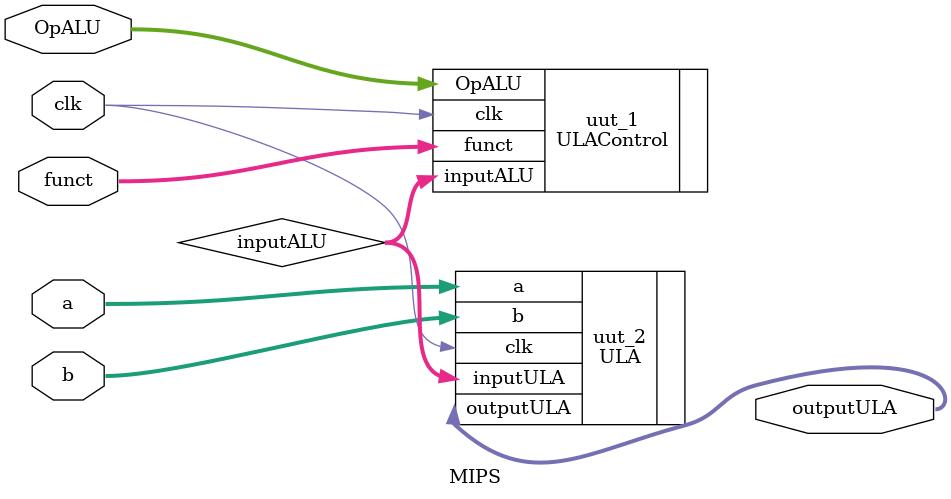
<source format=v>
`include "ULA.v"
`include "ULAControl.v"

module MIPS(
	input clk,
	input [0:1]  OpALU,
	input [0:5]  funct,
	input [0:31] a,
	input [0:31] b,
	output [0:31] outputULA
);
	wire [0:3] inputALU;

	ULAControl uut_1(.clk(clk), .OpALU(OpALU), .funct(funct), .inputALU(inputALU));
	
	ULA uut_2(.clk(clk), .inputULA(inputALU), .a(a), .b(b), .outputULA(outputULA));
endmodule
</source>
